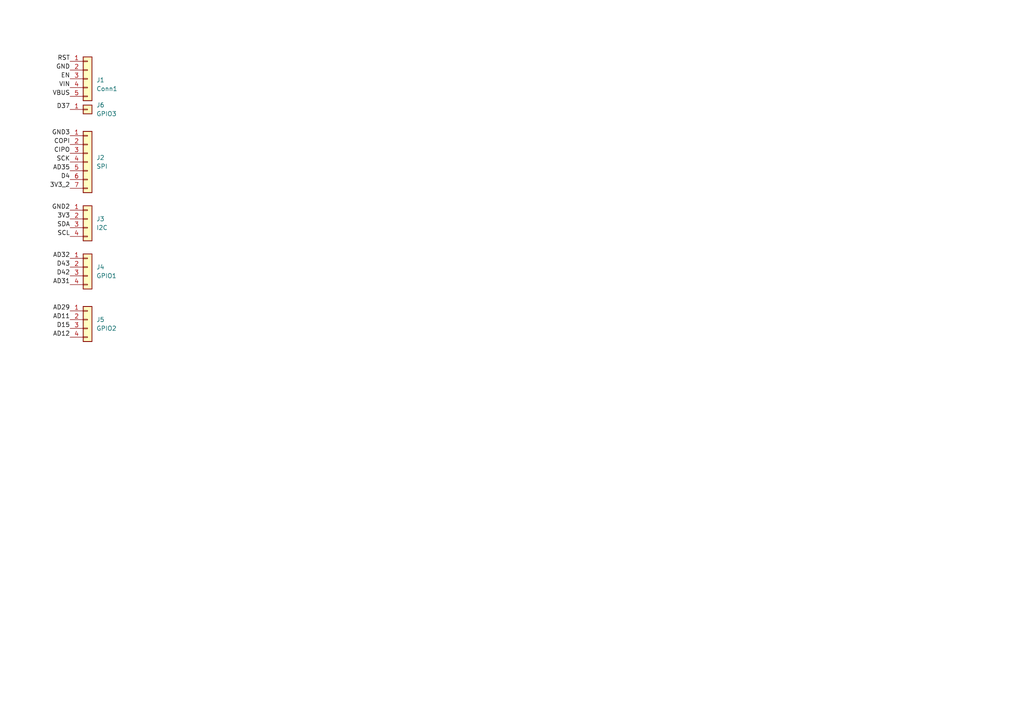
<source format=kicad_sch>
(kicad_sch (version 20211123) (generator eeschema)

  (uuid b9d08ba9-7bb1-4e80-8a19-c5682f6cc1d0)

  (paper "A4")

  (title_block
    (title "Artemis Global Tracker Hookup Board")
  )

  (lib_symbols
    (symbol "Connector_Generic:Conn_01x01" (pin_names (offset 1.016) hide) (in_bom yes) (on_board yes)
      (property "Reference" "J" (id 0) (at 0 2.54 0)
        (effects (font (size 1.27 1.27)))
      )
      (property "Value" "Conn_01x01" (id 1) (at 0 -2.54 0)
        (effects (font (size 1.27 1.27)))
      )
      (property "Footprint" "" (id 2) (at 0 0 0)
        (effects (font (size 1.27 1.27)) hide)
      )
      (property "Datasheet" "~" (id 3) (at 0 0 0)
        (effects (font (size 1.27 1.27)) hide)
      )
      (property "ki_keywords" "connector" (id 4) (at 0 0 0)
        (effects (font (size 1.27 1.27)) hide)
      )
      (property "ki_description" "Generic connector, single row, 01x01, script generated (kicad-library-utils/schlib/autogen/connector/)" (id 5) (at 0 0 0)
        (effects (font (size 1.27 1.27)) hide)
      )
      (property "ki_fp_filters" "Connector*:*_1x??_*" (id 6) (at 0 0 0)
        (effects (font (size 1.27 1.27)) hide)
      )
      (symbol "Conn_01x01_1_1"
        (rectangle (start -1.27 0.127) (end 0 -0.127)
          (stroke (width 0.1524) (type default) (color 0 0 0 0))
          (fill (type none))
        )
        (rectangle (start -1.27 1.27) (end 1.27 -1.27)
          (stroke (width 0.254) (type default) (color 0 0 0 0))
          (fill (type background))
        )
        (pin passive line (at -5.08 0 0) (length 3.81)
          (name "Pin_1" (effects (font (size 1.27 1.27))))
          (number "1" (effects (font (size 1.27 1.27))))
        )
      )
    )
    (symbol "Connector_Generic:Conn_01x04" (pin_names (offset 1.016) hide) (in_bom yes) (on_board yes)
      (property "Reference" "J" (id 0) (at 0 5.08 0)
        (effects (font (size 1.27 1.27)))
      )
      (property "Value" "Conn_01x04" (id 1) (at 0 -7.62 0)
        (effects (font (size 1.27 1.27)))
      )
      (property "Footprint" "" (id 2) (at 0 0 0)
        (effects (font (size 1.27 1.27)) hide)
      )
      (property "Datasheet" "~" (id 3) (at 0 0 0)
        (effects (font (size 1.27 1.27)) hide)
      )
      (property "ki_keywords" "connector" (id 4) (at 0 0 0)
        (effects (font (size 1.27 1.27)) hide)
      )
      (property "ki_description" "Generic connector, single row, 01x04, script generated (kicad-library-utils/schlib/autogen/connector/)" (id 5) (at 0 0 0)
        (effects (font (size 1.27 1.27)) hide)
      )
      (property "ki_fp_filters" "Connector*:*_1x??_*" (id 6) (at 0 0 0)
        (effects (font (size 1.27 1.27)) hide)
      )
      (symbol "Conn_01x04_1_1"
        (rectangle (start -1.27 -4.953) (end 0 -5.207)
          (stroke (width 0.1524) (type default) (color 0 0 0 0))
          (fill (type none))
        )
        (rectangle (start -1.27 -2.413) (end 0 -2.667)
          (stroke (width 0.1524) (type default) (color 0 0 0 0))
          (fill (type none))
        )
        (rectangle (start -1.27 0.127) (end 0 -0.127)
          (stroke (width 0.1524) (type default) (color 0 0 0 0))
          (fill (type none))
        )
        (rectangle (start -1.27 2.667) (end 0 2.413)
          (stroke (width 0.1524) (type default) (color 0 0 0 0))
          (fill (type none))
        )
        (rectangle (start -1.27 3.81) (end 1.27 -6.35)
          (stroke (width 0.254) (type default) (color 0 0 0 0))
          (fill (type background))
        )
        (pin passive line (at -5.08 2.54 0) (length 3.81)
          (name "Pin_1" (effects (font (size 1.27 1.27))))
          (number "1" (effects (font (size 1.27 1.27))))
        )
        (pin passive line (at -5.08 0 0) (length 3.81)
          (name "Pin_2" (effects (font (size 1.27 1.27))))
          (number "2" (effects (font (size 1.27 1.27))))
        )
        (pin passive line (at -5.08 -2.54 0) (length 3.81)
          (name "Pin_3" (effects (font (size 1.27 1.27))))
          (number "3" (effects (font (size 1.27 1.27))))
        )
        (pin passive line (at -5.08 -5.08 0) (length 3.81)
          (name "Pin_4" (effects (font (size 1.27 1.27))))
          (number "4" (effects (font (size 1.27 1.27))))
        )
      )
    )
    (symbol "Connector_Generic:Conn_01x05" (pin_names (offset 1.016) hide) (in_bom yes) (on_board yes)
      (property "Reference" "J" (id 0) (at 0 7.62 0)
        (effects (font (size 1.27 1.27)))
      )
      (property "Value" "Conn_01x05" (id 1) (at 0 -7.62 0)
        (effects (font (size 1.27 1.27)))
      )
      (property "Footprint" "" (id 2) (at 0 0 0)
        (effects (font (size 1.27 1.27)) hide)
      )
      (property "Datasheet" "~" (id 3) (at 0 0 0)
        (effects (font (size 1.27 1.27)) hide)
      )
      (property "ki_keywords" "connector" (id 4) (at 0 0 0)
        (effects (font (size 1.27 1.27)) hide)
      )
      (property "ki_description" "Generic connector, single row, 01x05, script generated (kicad-library-utils/schlib/autogen/connector/)" (id 5) (at 0 0 0)
        (effects (font (size 1.27 1.27)) hide)
      )
      (property "ki_fp_filters" "Connector*:*_1x??_*" (id 6) (at 0 0 0)
        (effects (font (size 1.27 1.27)) hide)
      )
      (symbol "Conn_01x05_1_1"
        (rectangle (start -1.27 -4.953) (end 0 -5.207)
          (stroke (width 0.1524) (type default) (color 0 0 0 0))
          (fill (type none))
        )
        (rectangle (start -1.27 -2.413) (end 0 -2.667)
          (stroke (width 0.1524) (type default) (color 0 0 0 0))
          (fill (type none))
        )
        (rectangle (start -1.27 0.127) (end 0 -0.127)
          (stroke (width 0.1524) (type default) (color 0 0 0 0))
          (fill (type none))
        )
        (rectangle (start -1.27 2.667) (end 0 2.413)
          (stroke (width 0.1524) (type default) (color 0 0 0 0))
          (fill (type none))
        )
        (rectangle (start -1.27 5.207) (end 0 4.953)
          (stroke (width 0.1524) (type default) (color 0 0 0 0))
          (fill (type none))
        )
        (rectangle (start -1.27 6.35) (end 1.27 -6.35)
          (stroke (width 0.254) (type default) (color 0 0 0 0))
          (fill (type background))
        )
        (pin passive line (at -5.08 5.08 0) (length 3.81)
          (name "Pin_1" (effects (font (size 1.27 1.27))))
          (number "1" (effects (font (size 1.27 1.27))))
        )
        (pin passive line (at -5.08 2.54 0) (length 3.81)
          (name "Pin_2" (effects (font (size 1.27 1.27))))
          (number "2" (effects (font (size 1.27 1.27))))
        )
        (pin passive line (at -5.08 0 0) (length 3.81)
          (name "Pin_3" (effects (font (size 1.27 1.27))))
          (number "3" (effects (font (size 1.27 1.27))))
        )
        (pin passive line (at -5.08 -2.54 0) (length 3.81)
          (name "Pin_4" (effects (font (size 1.27 1.27))))
          (number "4" (effects (font (size 1.27 1.27))))
        )
        (pin passive line (at -5.08 -5.08 0) (length 3.81)
          (name "Pin_5" (effects (font (size 1.27 1.27))))
          (number "5" (effects (font (size 1.27 1.27))))
        )
      )
    )
    (symbol "Connector_Generic:Conn_01x07" (pin_names (offset 1.016) hide) (in_bom yes) (on_board yes)
      (property "Reference" "J" (id 0) (at 0 10.16 0)
        (effects (font (size 1.27 1.27)))
      )
      (property "Value" "Conn_01x07" (id 1) (at 0 -10.16 0)
        (effects (font (size 1.27 1.27)))
      )
      (property "Footprint" "" (id 2) (at 0 0 0)
        (effects (font (size 1.27 1.27)) hide)
      )
      (property "Datasheet" "~" (id 3) (at 0 0 0)
        (effects (font (size 1.27 1.27)) hide)
      )
      (property "ki_keywords" "connector" (id 4) (at 0 0 0)
        (effects (font (size 1.27 1.27)) hide)
      )
      (property "ki_description" "Generic connector, single row, 01x07, script generated (kicad-library-utils/schlib/autogen/connector/)" (id 5) (at 0 0 0)
        (effects (font (size 1.27 1.27)) hide)
      )
      (property "ki_fp_filters" "Connector*:*_1x??_*" (id 6) (at 0 0 0)
        (effects (font (size 1.27 1.27)) hide)
      )
      (symbol "Conn_01x07_1_1"
        (rectangle (start -1.27 -7.493) (end 0 -7.747)
          (stroke (width 0.1524) (type default) (color 0 0 0 0))
          (fill (type none))
        )
        (rectangle (start -1.27 -4.953) (end 0 -5.207)
          (stroke (width 0.1524) (type default) (color 0 0 0 0))
          (fill (type none))
        )
        (rectangle (start -1.27 -2.413) (end 0 -2.667)
          (stroke (width 0.1524) (type default) (color 0 0 0 0))
          (fill (type none))
        )
        (rectangle (start -1.27 0.127) (end 0 -0.127)
          (stroke (width 0.1524) (type default) (color 0 0 0 0))
          (fill (type none))
        )
        (rectangle (start -1.27 2.667) (end 0 2.413)
          (stroke (width 0.1524) (type default) (color 0 0 0 0))
          (fill (type none))
        )
        (rectangle (start -1.27 5.207) (end 0 4.953)
          (stroke (width 0.1524) (type default) (color 0 0 0 0))
          (fill (type none))
        )
        (rectangle (start -1.27 7.747) (end 0 7.493)
          (stroke (width 0.1524) (type default) (color 0 0 0 0))
          (fill (type none))
        )
        (rectangle (start -1.27 8.89) (end 1.27 -8.89)
          (stroke (width 0.254) (type default) (color 0 0 0 0))
          (fill (type background))
        )
        (pin passive line (at -5.08 7.62 0) (length 3.81)
          (name "Pin_1" (effects (font (size 1.27 1.27))))
          (number "1" (effects (font (size 1.27 1.27))))
        )
        (pin passive line (at -5.08 5.08 0) (length 3.81)
          (name "Pin_2" (effects (font (size 1.27 1.27))))
          (number "2" (effects (font (size 1.27 1.27))))
        )
        (pin passive line (at -5.08 2.54 0) (length 3.81)
          (name "Pin_3" (effects (font (size 1.27 1.27))))
          (number "3" (effects (font (size 1.27 1.27))))
        )
        (pin passive line (at -5.08 0 0) (length 3.81)
          (name "Pin_4" (effects (font (size 1.27 1.27))))
          (number "4" (effects (font (size 1.27 1.27))))
        )
        (pin passive line (at -5.08 -2.54 0) (length 3.81)
          (name "Pin_5" (effects (font (size 1.27 1.27))))
          (number "5" (effects (font (size 1.27 1.27))))
        )
        (pin passive line (at -5.08 -5.08 0) (length 3.81)
          (name "Pin_6" (effects (font (size 1.27 1.27))))
          (number "6" (effects (font (size 1.27 1.27))))
        )
        (pin passive line (at -5.08 -7.62 0) (length 3.81)
          (name "Pin_7" (effects (font (size 1.27 1.27))))
          (number "7" (effects (font (size 1.27 1.27))))
        )
      )
    )
  )


  (label "GND3" (at 20.32 39.37 180)
    (effects (font (size 1.27 1.27)) (justify right bottom))
    (uuid 0400e048-82b3-4358-900a-51dd33a95b58)
  )
  (label "3V3" (at 20.32 63.5 180)
    (effects (font (size 1.27 1.27)) (justify right bottom))
    (uuid 1aafe1d8-33e1-4096-a3b2-52faa73a911c)
  )
  (label "RST" (at 20.32 17.78 180)
    (effects (font (size 1.27 1.27)) (justify right bottom))
    (uuid 22b725ea-c365-4d3c-bc18-7a9b26eb4cf3)
  )
  (label "AD31" (at 20.32 82.55 180)
    (effects (font (size 1.27 1.27)) (justify right bottom))
    (uuid 3a1e5409-ef10-417c-8bd9-9d753baf5752)
  )
  (label "EN" (at 20.32 22.86 180)
    (effects (font (size 1.27 1.27)) (justify right bottom))
    (uuid 3d183bb6-583a-42ee-bb20-733b15f537bf)
  )
  (label "D15" (at 20.32 95.25 180)
    (effects (font (size 1.27 1.27)) (justify right bottom))
    (uuid 42888177-a914-4733-a604-d5397966e2d6)
  )
  (label "SCK" (at 20.32 46.99 180)
    (effects (font (size 1.27 1.27)) (justify right bottom))
    (uuid 502535e3-6d7f-4e0b-a7b1-1e087e060355)
  )
  (label "SDA" (at 20.32 66.04 180)
    (effects (font (size 1.27 1.27)) (justify right bottom))
    (uuid 593d0fc5-5ed2-4f5c-881f-f9d77beec7e1)
  )
  (label "D42" (at 20.32 80.01 180)
    (effects (font (size 1.27 1.27)) (justify right bottom))
    (uuid 5b967d32-9b7d-41b2-a574-d748d206a4f3)
  )
  (label "AD32" (at 20.32 74.93 180)
    (effects (font (size 1.27 1.27)) (justify right bottom))
    (uuid 5cfb2310-d88d-4b44-96b7-a663c685148f)
  )
  (label "D4" (at 20.32 52.07 180)
    (effects (font (size 1.27 1.27)) (justify right bottom))
    (uuid 6af4df4b-7aef-4ad5-944d-315d3d3987b0)
  )
  (label "SCL" (at 20.32 68.58 180)
    (effects (font (size 1.27 1.27)) (justify right bottom))
    (uuid 77db29bc-42b2-457d-b9d8-295f5c89fb81)
  )
  (label "COPI" (at 20.32 41.91 180)
    (effects (font (size 1.27 1.27)) (justify right bottom))
    (uuid 9f067db7-c71f-4c2f-bb88-ee553f83403d)
  )
  (label "AD12" (at 20.32 97.79 180)
    (effects (font (size 1.27 1.27)) (justify right bottom))
    (uuid a11954b2-c8da-400f-812a-7b2df2ccf5b3)
  )
  (label "GND" (at 20.32 20.32 180)
    (effects (font (size 1.27 1.27)) (justify right bottom))
    (uuid aa38f878-19af-40e1-9e38-c6ee14c3c654)
  )
  (label "CIPO" (at 20.32 44.45 180)
    (effects (font (size 1.27 1.27)) (justify right bottom))
    (uuid b5b9de33-137c-46db-ba14-0850bfab8ff3)
  )
  (label "AD29" (at 20.32 90.17 180)
    (effects (font (size 1.27 1.27)) (justify right bottom))
    (uuid c4fb32d9-0463-454f-b97a-05669685f0ab)
  )
  (label "VBUS" (at 20.32 27.94 180)
    (effects (font (size 1.27 1.27)) (justify right bottom))
    (uuid c5e67326-3b3f-4590-bfe1-a3e5d4fc6b11)
  )
  (label "GND2" (at 20.32 60.96 180)
    (effects (font (size 1.27 1.27)) (justify right bottom))
    (uuid cee1bcef-ba0b-4998-9037-1ea81870eebf)
  )
  (label "AD11" (at 20.32 92.71 180)
    (effects (font (size 1.27 1.27)) (justify right bottom))
    (uuid d1bbf7b5-56df-4d9d-a33d-0cc6ee3793fa)
  )
  (label "AD35" (at 20.32 49.53 180)
    (effects (font (size 1.27 1.27)) (justify right bottom))
    (uuid d7085900-1709-44a3-b7b7-9568a930aef1)
  )
  (label "D37" (at 20.32 31.75 180)
    (effects (font (size 1.27 1.27)) (justify right bottom))
    (uuid dd484e14-7b09-4d8a-8bed-696c35d4e2ea)
  )
  (label "VIN" (at 20.32 25.4 180)
    (effects (font (size 1.27 1.27)) (justify right bottom))
    (uuid e161142c-3832-41e1-a359-84844ba17ddb)
  )
  (label "3V3_2" (at 20.32 54.61 180)
    (effects (font (size 1.27 1.27)) (justify right bottom))
    (uuid f088c27b-2c07-4610-8812-b2fb10dfbd1d)
  )
  (label "D43" (at 20.32 77.47 180)
    (effects (font (size 1.27 1.27)) (justify right bottom))
    (uuid f1122cd7-aa31-42c9-9c56-7f916183586a)
  )

  (symbol (lib_id "Connector_Generic:Conn_01x05") (at 25.4 22.86 0) (unit 1)
    (in_bom yes) (on_board yes)
    (uuid 4d92a503-e8ff-4980-bca2-e6e95675de34)
    (property "Reference" "J1" (id 0) (at 27.94 23.2155 0)
      (effects (font (size 1.27 1.27)) (justify left))
    )
    (property "Value" "Conn1" (id 1) (at 27.94 25.7555 0)
      (effects (font (size 1.27 1.27)) (justify left))
    )
    (property "Footprint" "Sparkfun:Pinheader_5" (id 2) (at 25.4 22.86 0)
      (effects (font (size 1.27 1.27)) hide)
    )
    (property "Datasheet" "~" (id 3) (at 25.4 22.86 0)
      (effects (font (size 1.27 1.27)) hide)
    )
    (pin "1" (uuid 525ab6b7-6e3e-4588-9f9e-70a98853cb65))
    (pin "2" (uuid d6d18de8-fc02-4bec-970b-18b97d44d0f2))
    (pin "3" (uuid 64490a30-edd7-45dd-a930-aafedb206abf))
    (pin "4" (uuid 9bb745c6-aa33-4b3e-9169-4c1c5201564b))
    (pin "5" (uuid 4c4bfa7d-021a-4676-905d-b4029562824d))
  )

  (symbol (lib_id "Connector_Generic:Conn_01x04") (at 25.4 92.71 0) (unit 1)
    (in_bom yes) (on_board yes) (fields_autoplaced)
    (uuid 4e203d5f-9e9c-4960-b0c3-2cad7f9fadd8)
    (property "Reference" "J5" (id 0) (at 27.94 92.7099 0)
      (effects (font (size 1.27 1.27)) (justify left))
    )
    (property "Value" "GPIO2" (id 1) (at 27.94 95.2499 0)
      (effects (font (size 1.27 1.27)) (justify left))
    )
    (property "Footprint" "Sparkfun:Pinheader_4" (id 2) (at 25.4 92.71 0)
      (effects (font (size 1.27 1.27)) hide)
    )
    (property "Datasheet" "~" (id 3) (at 25.4 92.71 0)
      (effects (font (size 1.27 1.27)) hide)
    )
    (pin "1" (uuid 7b2a001c-f352-45b0-bf78-2958070db7ab))
    (pin "2" (uuid 054fac56-d933-4db8-b2d2-b3c126ccc608))
    (pin "3" (uuid 5be3420a-42fc-482b-8bef-946997728156))
    (pin "4" (uuid fcf5a5fb-c085-4220-8d90-a23267dcddc7))
  )

  (symbol (lib_id "Connector_Generic:Conn_01x01") (at 25.4 31.75 0) (unit 1)
    (in_bom yes) (on_board yes) (fields_autoplaced)
    (uuid 5ce34731-3529-4d80-b5c8-48f61198012b)
    (property "Reference" "J6" (id 0) (at 27.94 30.4799 0)
      (effects (font (size 1.27 1.27)) (justify left))
    )
    (property "Value" "GPIO3" (id 1) (at 27.94 33.0199 0)
      (effects (font (size 1.27 1.27)) (justify left))
    )
    (property "Footprint" "Sparkfun:Pad_0.04in" (id 2) (at 25.4 31.75 0)
      (effects (font (size 1.27 1.27)) hide)
    )
    (property "Datasheet" "~" (id 3) (at 25.4 31.75 0)
      (effects (font (size 1.27 1.27)) hide)
    )
    (pin "1" (uuid b123c606-21bc-41b9-a87c-9757e3e849ca))
  )

  (symbol (lib_id "Connector_Generic:Conn_01x07") (at 25.4 46.99 0) (unit 1)
    (in_bom yes) (on_board yes) (fields_autoplaced)
    (uuid 8bc08f37-fe76-4c6a-a0fd-bbeb6d55249b)
    (property "Reference" "J2" (id 0) (at 27.94 45.7199 0)
      (effects (font (size 1.27 1.27)) (justify left))
    )
    (property "Value" "SPI" (id 1) (at 27.94 48.2599 0)
      (effects (font (size 1.27 1.27)) (justify left))
    )
    (property "Footprint" "Sparkfun:Pinheader_7" (id 2) (at 25.4 46.99 0)
      (effects (font (size 1.27 1.27)) hide)
    )
    (property "Datasheet" "~" (id 3) (at 25.4 46.99 0)
      (effects (font (size 1.27 1.27)) hide)
    )
    (pin "1" (uuid c39b6ada-5b78-47c2-b642-d107693e3221))
    (pin "2" (uuid 402954a3-8774-4b41-8a6d-deeab804a082))
    (pin "3" (uuid d04ab286-2b57-4fcd-bb56-8469027689bb))
    (pin "4" (uuid faad1e0c-568f-4d6c-b1aa-ffd862eee041))
    (pin "5" (uuid 2eb15a1f-f718-453d-9cc6-8e23b29e82ef))
    (pin "6" (uuid aa69ec9e-712a-4f79-b3f0-6eb08dfb945a))
    (pin "7" (uuid f1011552-e85a-4cc2-9d4d-a92c1fe84421))
  )

  (symbol (lib_id "Connector_Generic:Conn_01x04") (at 25.4 77.47 0) (unit 1)
    (in_bom yes) (on_board yes) (fields_autoplaced)
    (uuid e39ec4b6-1c9c-419f-a4f9-222a592f7dcf)
    (property "Reference" "J4" (id 0) (at 27.94 77.4699 0)
      (effects (font (size 1.27 1.27)) (justify left))
    )
    (property "Value" "GPIO1" (id 1) (at 27.94 80.0099 0)
      (effects (font (size 1.27 1.27)) (justify left))
    )
    (property "Footprint" "Sparkfun:Pinheader_4" (id 2) (at 25.4 77.47 0)
      (effects (font (size 1.27 1.27)) hide)
    )
    (property "Datasheet" "~" (id 3) (at 25.4 77.47 0)
      (effects (font (size 1.27 1.27)) hide)
    )
    (pin "1" (uuid 9060bb49-679d-47ea-919d-33fe00dc4abd))
    (pin "2" (uuid d7a0b79b-7ce5-4de0-977b-9506463ab86f))
    (pin "3" (uuid 27652ced-352c-4c50-91ad-c6c3bc50c934))
    (pin "4" (uuid 1d866d70-1693-4c7b-b12b-14a1359fc1d5))
  )

  (symbol (lib_id "Connector_Generic:Conn_01x04") (at 25.4 63.5 0) (unit 1)
    (in_bom yes) (on_board yes) (fields_autoplaced)
    (uuid eba61018-8799-4026-9eee-74f39d9174ff)
    (property "Reference" "J3" (id 0) (at 27.94 63.4999 0)
      (effects (font (size 1.27 1.27)) (justify left))
    )
    (property "Value" "I2C" (id 1) (at 27.94 66.0399 0)
      (effects (font (size 1.27 1.27)) (justify left))
    )
    (property "Footprint" "Sparkfun:Pinheader_4" (id 2) (at 25.4 63.5 0)
      (effects (font (size 1.27 1.27)) hide)
    )
    (property "Datasheet" "~" (id 3) (at 25.4 63.5 0)
      (effects (font (size 1.27 1.27)) hide)
    )
    (pin "1" (uuid 9d563105-e4f3-47af-a165-9c1460446df7))
    (pin "2" (uuid ef40a729-d131-4046-8029-10ff8fd766c1))
    (pin "3" (uuid 31cad9c7-5843-44bb-9863-b2eae2ac14eb))
    (pin "4" (uuid 6ac43a97-74b5-458e-9234-9a21a93ce3e3))
  )

  (sheet_instances
    (path "/" (page "1"))
  )

  (symbol_instances
    (path "/4d92a503-e8ff-4980-bca2-e6e95675de34"
      (reference "J1") (unit 1) (value "Conn1") (footprint "Sparkfun:Pinheader_5")
    )
    (path "/8bc08f37-fe76-4c6a-a0fd-bbeb6d55249b"
      (reference "J2") (unit 1) (value "SPI") (footprint "Sparkfun:Pinheader_7")
    )
    (path "/eba61018-8799-4026-9eee-74f39d9174ff"
      (reference "J3") (unit 1) (value "I2C") (footprint "Sparkfun:Pinheader_4")
    )
    (path "/e39ec4b6-1c9c-419f-a4f9-222a592f7dcf"
      (reference "J4") (unit 1) (value "GPIO1") (footprint "Sparkfun:Pinheader_4")
    )
    (path "/4e203d5f-9e9c-4960-b0c3-2cad7f9fadd8"
      (reference "J5") (unit 1) (value "GPIO2") (footprint "Sparkfun:Pinheader_4")
    )
    (path "/5ce34731-3529-4d80-b5c8-48f61198012b"
      (reference "J6") (unit 1) (value "GPIO3") (footprint "Sparkfun:Pad_0.04in")
    )
  )
)

</source>
